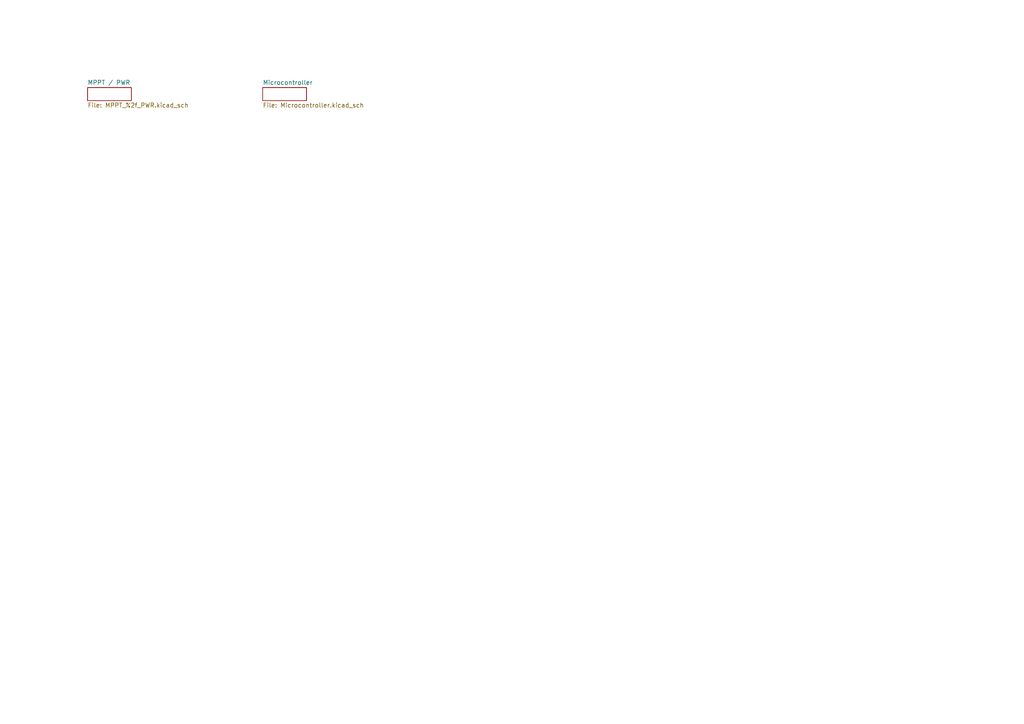
<source format=kicad_sch>
(kicad_sch (version 20230121) (generator eeschema)
  (paper "A4")
  (lib_symbols)
  (sheet (at 25.4 25.4) (size 12.7 3.81)
    (property "Sheetname" "MPPT / PWR" (at 25.4 24.6884 0) (effects (justify left bottom)))
    (property "Sheetfile" "MPPT_%2f_PWR.kicad_sch" (at 25.4 29.7946 0) (effects (justify left top)))
  )
  (sheet (at 76.2 25.4) (size 12.7 3.81)
    (property "Sheetname" "Microcontroller" (at 76.2 24.6884 0) (effects (justify left bottom)))
    (property "Sheetfile" "Microcontroller.kicad_sch" (at 76.2 29.7946 0) (effects (justify left top)))
  )
)
</source>
